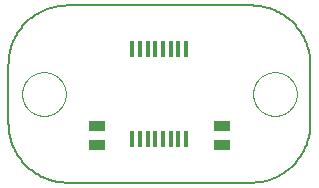
<source format=gtp>
G75*
%MOIN*%
%OFA0B0*%
%FSLAX25Y25*%
%IPPOS*%
%LPD*%
%AMOC8*
5,1,8,0,0,1.08239X$1,22.5*
%
%ADD10C,0.00000*%
%ADD11C,0.00600*%
%ADD12R,0.05700X0.03600*%
%ADD13R,0.01811X0.05630*%
D10*
X0028000Y0067173D02*
X0028002Y0067352D01*
X0028009Y0067530D01*
X0028020Y0067709D01*
X0028035Y0067887D01*
X0028055Y0068065D01*
X0028079Y0068242D01*
X0028107Y0068418D01*
X0028140Y0068594D01*
X0028177Y0068769D01*
X0028218Y0068943D01*
X0028264Y0069115D01*
X0028314Y0069287D01*
X0028368Y0069458D01*
X0028426Y0069627D01*
X0028488Y0069794D01*
X0028554Y0069960D01*
X0028625Y0070124D01*
X0028699Y0070287D01*
X0028778Y0070448D01*
X0028860Y0070606D01*
X0028946Y0070763D01*
X0029036Y0070917D01*
X0029130Y0071069D01*
X0029227Y0071219D01*
X0029329Y0071367D01*
X0029433Y0071511D01*
X0029541Y0071654D01*
X0029653Y0071793D01*
X0029768Y0071930D01*
X0029887Y0072064D01*
X0030008Y0072195D01*
X0030133Y0072323D01*
X0030261Y0072448D01*
X0030392Y0072569D01*
X0030526Y0072688D01*
X0030663Y0072803D01*
X0030802Y0072915D01*
X0030945Y0073023D01*
X0031089Y0073127D01*
X0031237Y0073229D01*
X0031387Y0073326D01*
X0031539Y0073420D01*
X0031693Y0073510D01*
X0031850Y0073596D01*
X0032008Y0073678D01*
X0032169Y0073757D01*
X0032332Y0073831D01*
X0032496Y0073902D01*
X0032662Y0073968D01*
X0032829Y0074030D01*
X0032998Y0074088D01*
X0033169Y0074142D01*
X0033341Y0074192D01*
X0033513Y0074238D01*
X0033687Y0074279D01*
X0033862Y0074316D01*
X0034038Y0074349D01*
X0034214Y0074377D01*
X0034391Y0074401D01*
X0034569Y0074421D01*
X0034747Y0074436D01*
X0034926Y0074447D01*
X0035104Y0074454D01*
X0035283Y0074456D01*
X0035462Y0074454D01*
X0035640Y0074447D01*
X0035819Y0074436D01*
X0035997Y0074421D01*
X0036175Y0074401D01*
X0036352Y0074377D01*
X0036528Y0074349D01*
X0036704Y0074316D01*
X0036879Y0074279D01*
X0037053Y0074238D01*
X0037225Y0074192D01*
X0037397Y0074142D01*
X0037568Y0074088D01*
X0037737Y0074030D01*
X0037904Y0073968D01*
X0038070Y0073902D01*
X0038234Y0073831D01*
X0038397Y0073757D01*
X0038558Y0073678D01*
X0038716Y0073596D01*
X0038873Y0073510D01*
X0039027Y0073420D01*
X0039179Y0073326D01*
X0039329Y0073229D01*
X0039477Y0073127D01*
X0039621Y0073023D01*
X0039764Y0072915D01*
X0039903Y0072803D01*
X0040040Y0072688D01*
X0040174Y0072569D01*
X0040305Y0072448D01*
X0040433Y0072323D01*
X0040558Y0072195D01*
X0040679Y0072064D01*
X0040798Y0071930D01*
X0040913Y0071793D01*
X0041025Y0071654D01*
X0041133Y0071511D01*
X0041237Y0071367D01*
X0041339Y0071219D01*
X0041436Y0071069D01*
X0041530Y0070917D01*
X0041620Y0070763D01*
X0041706Y0070606D01*
X0041788Y0070448D01*
X0041867Y0070287D01*
X0041941Y0070124D01*
X0042012Y0069960D01*
X0042078Y0069794D01*
X0042140Y0069627D01*
X0042198Y0069458D01*
X0042252Y0069287D01*
X0042302Y0069115D01*
X0042348Y0068943D01*
X0042389Y0068769D01*
X0042426Y0068594D01*
X0042459Y0068418D01*
X0042487Y0068242D01*
X0042511Y0068065D01*
X0042531Y0067887D01*
X0042546Y0067709D01*
X0042557Y0067530D01*
X0042564Y0067352D01*
X0042566Y0067173D01*
X0042564Y0066994D01*
X0042557Y0066816D01*
X0042546Y0066637D01*
X0042531Y0066459D01*
X0042511Y0066281D01*
X0042487Y0066104D01*
X0042459Y0065928D01*
X0042426Y0065752D01*
X0042389Y0065577D01*
X0042348Y0065403D01*
X0042302Y0065231D01*
X0042252Y0065059D01*
X0042198Y0064888D01*
X0042140Y0064719D01*
X0042078Y0064552D01*
X0042012Y0064386D01*
X0041941Y0064222D01*
X0041867Y0064059D01*
X0041788Y0063898D01*
X0041706Y0063740D01*
X0041620Y0063583D01*
X0041530Y0063429D01*
X0041436Y0063277D01*
X0041339Y0063127D01*
X0041237Y0062979D01*
X0041133Y0062835D01*
X0041025Y0062692D01*
X0040913Y0062553D01*
X0040798Y0062416D01*
X0040679Y0062282D01*
X0040558Y0062151D01*
X0040433Y0062023D01*
X0040305Y0061898D01*
X0040174Y0061777D01*
X0040040Y0061658D01*
X0039903Y0061543D01*
X0039764Y0061431D01*
X0039621Y0061323D01*
X0039477Y0061219D01*
X0039329Y0061117D01*
X0039179Y0061020D01*
X0039027Y0060926D01*
X0038873Y0060836D01*
X0038716Y0060750D01*
X0038558Y0060668D01*
X0038397Y0060589D01*
X0038234Y0060515D01*
X0038070Y0060444D01*
X0037904Y0060378D01*
X0037737Y0060316D01*
X0037568Y0060258D01*
X0037397Y0060204D01*
X0037225Y0060154D01*
X0037053Y0060108D01*
X0036879Y0060067D01*
X0036704Y0060030D01*
X0036528Y0059997D01*
X0036352Y0059969D01*
X0036175Y0059945D01*
X0035997Y0059925D01*
X0035819Y0059910D01*
X0035640Y0059899D01*
X0035462Y0059892D01*
X0035283Y0059890D01*
X0035104Y0059892D01*
X0034926Y0059899D01*
X0034747Y0059910D01*
X0034569Y0059925D01*
X0034391Y0059945D01*
X0034214Y0059969D01*
X0034038Y0059997D01*
X0033862Y0060030D01*
X0033687Y0060067D01*
X0033513Y0060108D01*
X0033341Y0060154D01*
X0033169Y0060204D01*
X0032998Y0060258D01*
X0032829Y0060316D01*
X0032662Y0060378D01*
X0032496Y0060444D01*
X0032332Y0060515D01*
X0032169Y0060589D01*
X0032008Y0060668D01*
X0031850Y0060750D01*
X0031693Y0060836D01*
X0031539Y0060926D01*
X0031387Y0061020D01*
X0031237Y0061117D01*
X0031089Y0061219D01*
X0030945Y0061323D01*
X0030802Y0061431D01*
X0030663Y0061543D01*
X0030526Y0061658D01*
X0030392Y0061777D01*
X0030261Y0061898D01*
X0030133Y0062023D01*
X0030008Y0062151D01*
X0029887Y0062282D01*
X0029768Y0062416D01*
X0029653Y0062553D01*
X0029541Y0062692D01*
X0029433Y0062835D01*
X0029329Y0062979D01*
X0029227Y0063127D01*
X0029130Y0063277D01*
X0029036Y0063429D01*
X0028946Y0063583D01*
X0028860Y0063740D01*
X0028778Y0063898D01*
X0028699Y0064059D01*
X0028625Y0064222D01*
X0028554Y0064386D01*
X0028488Y0064552D01*
X0028426Y0064719D01*
X0028368Y0064888D01*
X0028314Y0065059D01*
X0028264Y0065231D01*
X0028218Y0065403D01*
X0028177Y0065577D01*
X0028140Y0065752D01*
X0028107Y0065928D01*
X0028079Y0066104D01*
X0028055Y0066281D01*
X0028035Y0066459D01*
X0028020Y0066637D01*
X0028009Y0066816D01*
X0028002Y0066994D01*
X0028000Y0067173D01*
X0105000Y0067173D02*
X0105002Y0067352D01*
X0105009Y0067530D01*
X0105020Y0067709D01*
X0105035Y0067887D01*
X0105055Y0068065D01*
X0105079Y0068242D01*
X0105107Y0068418D01*
X0105140Y0068594D01*
X0105177Y0068769D01*
X0105218Y0068943D01*
X0105264Y0069115D01*
X0105314Y0069287D01*
X0105368Y0069458D01*
X0105426Y0069627D01*
X0105488Y0069794D01*
X0105554Y0069960D01*
X0105625Y0070124D01*
X0105699Y0070287D01*
X0105778Y0070448D01*
X0105860Y0070606D01*
X0105946Y0070763D01*
X0106036Y0070917D01*
X0106130Y0071069D01*
X0106227Y0071219D01*
X0106329Y0071367D01*
X0106433Y0071511D01*
X0106541Y0071654D01*
X0106653Y0071793D01*
X0106768Y0071930D01*
X0106887Y0072064D01*
X0107008Y0072195D01*
X0107133Y0072323D01*
X0107261Y0072448D01*
X0107392Y0072569D01*
X0107526Y0072688D01*
X0107663Y0072803D01*
X0107802Y0072915D01*
X0107945Y0073023D01*
X0108089Y0073127D01*
X0108237Y0073229D01*
X0108387Y0073326D01*
X0108539Y0073420D01*
X0108693Y0073510D01*
X0108850Y0073596D01*
X0109008Y0073678D01*
X0109169Y0073757D01*
X0109332Y0073831D01*
X0109496Y0073902D01*
X0109662Y0073968D01*
X0109829Y0074030D01*
X0109998Y0074088D01*
X0110169Y0074142D01*
X0110341Y0074192D01*
X0110513Y0074238D01*
X0110687Y0074279D01*
X0110862Y0074316D01*
X0111038Y0074349D01*
X0111214Y0074377D01*
X0111391Y0074401D01*
X0111569Y0074421D01*
X0111747Y0074436D01*
X0111926Y0074447D01*
X0112104Y0074454D01*
X0112283Y0074456D01*
X0112462Y0074454D01*
X0112640Y0074447D01*
X0112819Y0074436D01*
X0112997Y0074421D01*
X0113175Y0074401D01*
X0113352Y0074377D01*
X0113528Y0074349D01*
X0113704Y0074316D01*
X0113879Y0074279D01*
X0114053Y0074238D01*
X0114225Y0074192D01*
X0114397Y0074142D01*
X0114568Y0074088D01*
X0114737Y0074030D01*
X0114904Y0073968D01*
X0115070Y0073902D01*
X0115234Y0073831D01*
X0115397Y0073757D01*
X0115558Y0073678D01*
X0115716Y0073596D01*
X0115873Y0073510D01*
X0116027Y0073420D01*
X0116179Y0073326D01*
X0116329Y0073229D01*
X0116477Y0073127D01*
X0116621Y0073023D01*
X0116764Y0072915D01*
X0116903Y0072803D01*
X0117040Y0072688D01*
X0117174Y0072569D01*
X0117305Y0072448D01*
X0117433Y0072323D01*
X0117558Y0072195D01*
X0117679Y0072064D01*
X0117798Y0071930D01*
X0117913Y0071793D01*
X0118025Y0071654D01*
X0118133Y0071511D01*
X0118237Y0071367D01*
X0118339Y0071219D01*
X0118436Y0071069D01*
X0118530Y0070917D01*
X0118620Y0070763D01*
X0118706Y0070606D01*
X0118788Y0070448D01*
X0118867Y0070287D01*
X0118941Y0070124D01*
X0119012Y0069960D01*
X0119078Y0069794D01*
X0119140Y0069627D01*
X0119198Y0069458D01*
X0119252Y0069287D01*
X0119302Y0069115D01*
X0119348Y0068943D01*
X0119389Y0068769D01*
X0119426Y0068594D01*
X0119459Y0068418D01*
X0119487Y0068242D01*
X0119511Y0068065D01*
X0119531Y0067887D01*
X0119546Y0067709D01*
X0119557Y0067530D01*
X0119564Y0067352D01*
X0119566Y0067173D01*
X0119564Y0066994D01*
X0119557Y0066816D01*
X0119546Y0066637D01*
X0119531Y0066459D01*
X0119511Y0066281D01*
X0119487Y0066104D01*
X0119459Y0065928D01*
X0119426Y0065752D01*
X0119389Y0065577D01*
X0119348Y0065403D01*
X0119302Y0065231D01*
X0119252Y0065059D01*
X0119198Y0064888D01*
X0119140Y0064719D01*
X0119078Y0064552D01*
X0119012Y0064386D01*
X0118941Y0064222D01*
X0118867Y0064059D01*
X0118788Y0063898D01*
X0118706Y0063740D01*
X0118620Y0063583D01*
X0118530Y0063429D01*
X0118436Y0063277D01*
X0118339Y0063127D01*
X0118237Y0062979D01*
X0118133Y0062835D01*
X0118025Y0062692D01*
X0117913Y0062553D01*
X0117798Y0062416D01*
X0117679Y0062282D01*
X0117558Y0062151D01*
X0117433Y0062023D01*
X0117305Y0061898D01*
X0117174Y0061777D01*
X0117040Y0061658D01*
X0116903Y0061543D01*
X0116764Y0061431D01*
X0116621Y0061323D01*
X0116477Y0061219D01*
X0116329Y0061117D01*
X0116179Y0061020D01*
X0116027Y0060926D01*
X0115873Y0060836D01*
X0115716Y0060750D01*
X0115558Y0060668D01*
X0115397Y0060589D01*
X0115234Y0060515D01*
X0115070Y0060444D01*
X0114904Y0060378D01*
X0114737Y0060316D01*
X0114568Y0060258D01*
X0114397Y0060204D01*
X0114225Y0060154D01*
X0114053Y0060108D01*
X0113879Y0060067D01*
X0113704Y0060030D01*
X0113528Y0059997D01*
X0113352Y0059969D01*
X0113175Y0059945D01*
X0112997Y0059925D01*
X0112819Y0059910D01*
X0112640Y0059899D01*
X0112462Y0059892D01*
X0112283Y0059890D01*
X0112104Y0059892D01*
X0111926Y0059899D01*
X0111747Y0059910D01*
X0111569Y0059925D01*
X0111391Y0059945D01*
X0111214Y0059969D01*
X0111038Y0059997D01*
X0110862Y0060030D01*
X0110687Y0060067D01*
X0110513Y0060108D01*
X0110341Y0060154D01*
X0110169Y0060204D01*
X0109998Y0060258D01*
X0109829Y0060316D01*
X0109662Y0060378D01*
X0109496Y0060444D01*
X0109332Y0060515D01*
X0109169Y0060589D01*
X0109008Y0060668D01*
X0108850Y0060750D01*
X0108693Y0060836D01*
X0108539Y0060926D01*
X0108387Y0061020D01*
X0108237Y0061117D01*
X0108089Y0061219D01*
X0107945Y0061323D01*
X0107802Y0061431D01*
X0107663Y0061543D01*
X0107526Y0061658D01*
X0107392Y0061777D01*
X0107261Y0061898D01*
X0107133Y0062023D01*
X0107008Y0062151D01*
X0106887Y0062282D01*
X0106768Y0062416D01*
X0106653Y0062553D01*
X0106541Y0062692D01*
X0106433Y0062835D01*
X0106329Y0062979D01*
X0106227Y0063127D01*
X0106130Y0063277D01*
X0106036Y0063429D01*
X0105946Y0063583D01*
X0105860Y0063740D01*
X0105778Y0063898D01*
X0105699Y0064059D01*
X0105625Y0064222D01*
X0105554Y0064386D01*
X0105488Y0064552D01*
X0105426Y0064719D01*
X0105368Y0064888D01*
X0105314Y0065059D01*
X0105264Y0065231D01*
X0105218Y0065403D01*
X0105177Y0065577D01*
X0105140Y0065752D01*
X0105107Y0065928D01*
X0105079Y0066104D01*
X0105055Y0066281D01*
X0105035Y0066459D01*
X0105020Y0066637D01*
X0105009Y0066816D01*
X0105002Y0066994D01*
X0105000Y0067173D01*
D11*
X0104409Y0037646D02*
X0043157Y0037646D01*
X0042681Y0037652D01*
X0042206Y0037669D01*
X0041731Y0037698D01*
X0041257Y0037738D01*
X0040784Y0037790D01*
X0040313Y0037853D01*
X0039843Y0037927D01*
X0039375Y0038013D01*
X0038909Y0038110D01*
X0038446Y0038218D01*
X0037986Y0038337D01*
X0037528Y0038468D01*
X0037074Y0038609D01*
X0036623Y0038762D01*
X0036177Y0038925D01*
X0035734Y0039099D01*
X0035296Y0039284D01*
X0034862Y0039479D01*
X0034433Y0039685D01*
X0034009Y0039901D01*
X0033590Y0040127D01*
X0033177Y0040363D01*
X0032770Y0040609D01*
X0032369Y0040865D01*
X0031975Y0041131D01*
X0031586Y0041406D01*
X0031205Y0041690D01*
X0030831Y0041983D01*
X0030463Y0042285D01*
X0030103Y0042597D01*
X0029751Y0042916D01*
X0029407Y0043244D01*
X0029070Y0043581D01*
X0028742Y0043925D01*
X0028423Y0044277D01*
X0028111Y0044637D01*
X0027809Y0045005D01*
X0027516Y0045379D01*
X0027232Y0045760D01*
X0026957Y0046149D01*
X0026691Y0046543D01*
X0026435Y0046944D01*
X0026189Y0047351D01*
X0025953Y0047764D01*
X0025727Y0048183D01*
X0025511Y0048607D01*
X0025305Y0049036D01*
X0025110Y0049470D01*
X0024925Y0049908D01*
X0024751Y0050351D01*
X0024588Y0050797D01*
X0024435Y0051248D01*
X0024294Y0051702D01*
X0024163Y0052160D01*
X0024044Y0052620D01*
X0023936Y0053083D01*
X0023839Y0053549D01*
X0023753Y0054017D01*
X0023679Y0054487D01*
X0023616Y0054958D01*
X0023564Y0055431D01*
X0023524Y0055905D01*
X0023495Y0056380D01*
X0023478Y0056855D01*
X0023472Y0057331D01*
X0023472Y0077016D01*
X0023478Y0077492D01*
X0023495Y0077967D01*
X0023524Y0078442D01*
X0023564Y0078916D01*
X0023616Y0079389D01*
X0023679Y0079860D01*
X0023753Y0080330D01*
X0023839Y0080798D01*
X0023936Y0081264D01*
X0024044Y0081727D01*
X0024163Y0082187D01*
X0024294Y0082645D01*
X0024435Y0083099D01*
X0024588Y0083550D01*
X0024751Y0083996D01*
X0024925Y0084439D01*
X0025110Y0084877D01*
X0025305Y0085311D01*
X0025511Y0085740D01*
X0025727Y0086164D01*
X0025953Y0086583D01*
X0026189Y0086996D01*
X0026435Y0087403D01*
X0026691Y0087804D01*
X0026957Y0088198D01*
X0027232Y0088587D01*
X0027516Y0088968D01*
X0027809Y0089342D01*
X0028111Y0089710D01*
X0028423Y0090070D01*
X0028742Y0090422D01*
X0029070Y0090766D01*
X0029407Y0091103D01*
X0029751Y0091431D01*
X0030103Y0091750D01*
X0030463Y0092062D01*
X0030831Y0092364D01*
X0031205Y0092657D01*
X0031586Y0092941D01*
X0031975Y0093216D01*
X0032369Y0093482D01*
X0032770Y0093738D01*
X0033177Y0093984D01*
X0033590Y0094220D01*
X0034009Y0094446D01*
X0034433Y0094662D01*
X0034862Y0094868D01*
X0035296Y0095063D01*
X0035734Y0095248D01*
X0036177Y0095422D01*
X0036623Y0095585D01*
X0037074Y0095738D01*
X0037528Y0095879D01*
X0037986Y0096010D01*
X0038446Y0096129D01*
X0038909Y0096237D01*
X0039375Y0096334D01*
X0039843Y0096420D01*
X0040313Y0096494D01*
X0040784Y0096557D01*
X0041257Y0096609D01*
X0041731Y0096649D01*
X0042206Y0096678D01*
X0042681Y0096695D01*
X0043157Y0096701D01*
X0104409Y0096701D01*
X0104885Y0096695D01*
X0105360Y0096678D01*
X0105835Y0096649D01*
X0106309Y0096609D01*
X0106782Y0096557D01*
X0107253Y0096494D01*
X0107723Y0096420D01*
X0108191Y0096334D01*
X0108657Y0096237D01*
X0109120Y0096129D01*
X0109580Y0096010D01*
X0110038Y0095879D01*
X0110492Y0095738D01*
X0110943Y0095585D01*
X0111389Y0095422D01*
X0111832Y0095248D01*
X0112270Y0095063D01*
X0112704Y0094868D01*
X0113133Y0094662D01*
X0113557Y0094446D01*
X0113976Y0094220D01*
X0114389Y0093984D01*
X0114796Y0093738D01*
X0115197Y0093482D01*
X0115591Y0093216D01*
X0115980Y0092941D01*
X0116361Y0092657D01*
X0116735Y0092364D01*
X0117103Y0092062D01*
X0117463Y0091750D01*
X0117815Y0091431D01*
X0118159Y0091103D01*
X0118496Y0090766D01*
X0118824Y0090422D01*
X0119143Y0090070D01*
X0119455Y0089710D01*
X0119757Y0089342D01*
X0120050Y0088968D01*
X0120334Y0088587D01*
X0120609Y0088198D01*
X0120875Y0087804D01*
X0121131Y0087403D01*
X0121377Y0086996D01*
X0121613Y0086583D01*
X0121839Y0086164D01*
X0122055Y0085740D01*
X0122261Y0085311D01*
X0122456Y0084877D01*
X0122641Y0084439D01*
X0122815Y0083996D01*
X0122978Y0083550D01*
X0123131Y0083099D01*
X0123272Y0082645D01*
X0123403Y0082187D01*
X0123522Y0081727D01*
X0123630Y0081264D01*
X0123727Y0080798D01*
X0123813Y0080330D01*
X0123887Y0079860D01*
X0123950Y0079389D01*
X0124002Y0078916D01*
X0124042Y0078442D01*
X0124071Y0077967D01*
X0124088Y0077492D01*
X0124094Y0077016D01*
X0124094Y0057331D01*
X0124088Y0056855D01*
X0124071Y0056380D01*
X0124042Y0055905D01*
X0124002Y0055431D01*
X0123950Y0054958D01*
X0123887Y0054487D01*
X0123813Y0054017D01*
X0123727Y0053549D01*
X0123630Y0053083D01*
X0123522Y0052620D01*
X0123403Y0052160D01*
X0123272Y0051702D01*
X0123131Y0051248D01*
X0122978Y0050797D01*
X0122815Y0050351D01*
X0122641Y0049908D01*
X0122456Y0049470D01*
X0122261Y0049036D01*
X0122055Y0048607D01*
X0121839Y0048183D01*
X0121613Y0047764D01*
X0121377Y0047351D01*
X0121131Y0046944D01*
X0120875Y0046543D01*
X0120609Y0046149D01*
X0120334Y0045760D01*
X0120050Y0045379D01*
X0119757Y0045005D01*
X0119455Y0044637D01*
X0119143Y0044277D01*
X0118824Y0043925D01*
X0118496Y0043581D01*
X0118159Y0043244D01*
X0117815Y0042916D01*
X0117463Y0042597D01*
X0117103Y0042285D01*
X0116735Y0041983D01*
X0116361Y0041690D01*
X0115980Y0041406D01*
X0115591Y0041131D01*
X0115197Y0040865D01*
X0114796Y0040609D01*
X0114389Y0040363D01*
X0113976Y0040127D01*
X0113557Y0039901D01*
X0113133Y0039685D01*
X0112704Y0039479D01*
X0112270Y0039284D01*
X0111832Y0039099D01*
X0111389Y0038925D01*
X0110943Y0038762D01*
X0110492Y0038609D01*
X0110038Y0038468D01*
X0109580Y0038337D01*
X0109120Y0038218D01*
X0108657Y0038110D01*
X0108191Y0038013D01*
X0107723Y0037927D01*
X0107253Y0037853D01*
X0106782Y0037790D01*
X0106309Y0037738D01*
X0105835Y0037698D01*
X0105360Y0037669D01*
X0104885Y0037652D01*
X0104409Y0037646D01*
D12*
X0094520Y0050194D03*
X0094520Y0056594D03*
X0053000Y0056672D03*
X0053000Y0050272D03*
D13*
X0064689Y0052173D03*
X0067248Y0052173D03*
X0069807Y0052173D03*
X0072366Y0052173D03*
X0074925Y0052173D03*
X0077484Y0052173D03*
X0080043Y0052173D03*
X0082602Y0052173D03*
X0082602Y0082055D03*
X0080043Y0082055D03*
X0077484Y0082055D03*
X0074925Y0082055D03*
X0072366Y0082055D03*
X0069807Y0082055D03*
X0067248Y0082055D03*
X0064689Y0082055D03*
M02*

</source>
